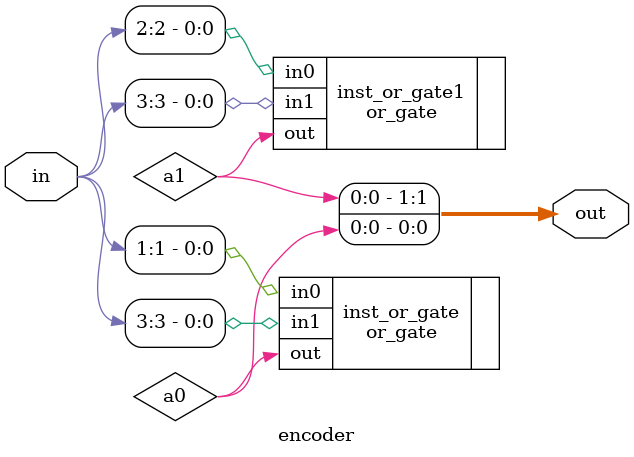
<source format=sv>
module encoder
(
input logic [3:0] in,
output logic [1:0] out
);

logic a0;
or_gate inst_or_gate
(
.in0	(in[1]),
.in1    (in[3]),
.out    (a0)
);

logic a1;
or_gate inst_or_gate1
(
.in0	(in[2]),
.in1    (in[3]),
.out    (a1)
);

always@*
out = {a1,a0};

endmodule
</source>
